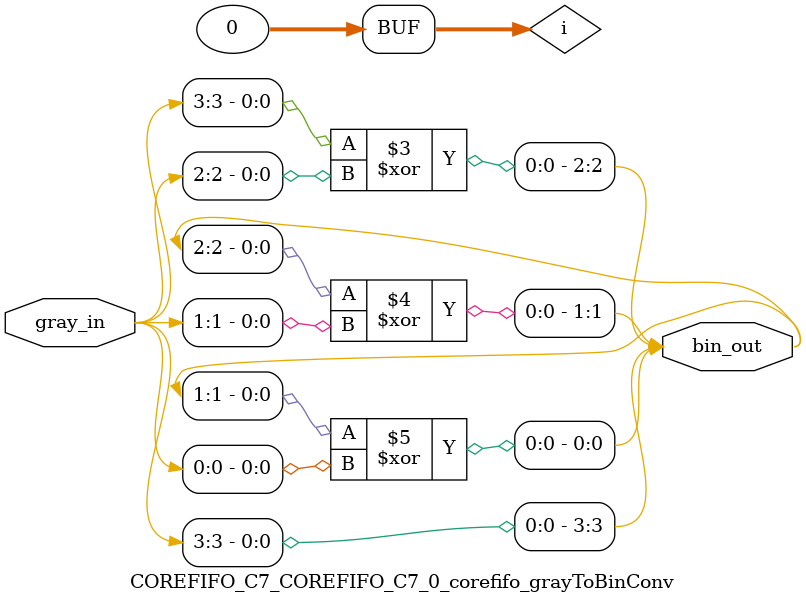
<source format=v>

`timescale 1ns / 100ps

module COREFIFO_C7_COREFIFO_C7_0_corefifo_grayToBinConv(
                                         gray_in,
                                         bin_out
                                        );

   // --------------------------------------------------------------------------
   // Parameter Declaration
   // --------------------------------------------------------------------------
   parameter ADDRWIDTH  = 3;
  // parameter SYNC_RESET = 0;   

   // --------------------------------------------------------------------------
   // I/O Declaration
   // --------------------------------------------------------------------------

   //--------
   // Inputs
   //--------
   input [ADDRWIDTH:0]    gray_in;

   //---------
   // Outputs
   //---------
   output [ADDRWIDTH:0] bin_out;

   // --------------------------------------------------------------------------
   // Internal signals
   // --------------------------------------------------------------------------
   reg [ADDRWIDTH:0]      bin_out;   
   integer                i;
   

   // --------------------------------------------------------------------------
   //                               Start - of - Code
   // --------------------------------------------------------------------------


   // --------------------------------------------------------------------------
   // Logic to Convert the Gray code to Binary
   // --------------------------------------------------------------------------
   always @(*) begin

      bin_out[ADDRWIDTH]  = gray_in[ADDRWIDTH];      

      for(i=ADDRWIDTH;i>0;i = i-1) begin
         bin_out[i-1]     = (bin_out[i] ^ gray_in[i-1]);
      end

   end

endmodule // corefifo_grayToBinConv

// --------------------------------------------------------------------------
//                             End - of - Code
// --------------------------------------------------------------------------

</source>
